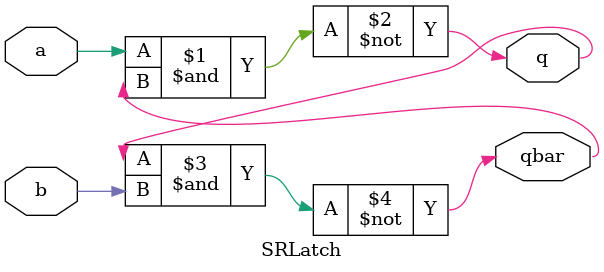
<source format=v>
module SRLatch(a,b,q,qbar);
input a,b;
output q,qbar;

assign q=~(a&qbar);
assign qbar=~(q&b);

endmodule


</source>
